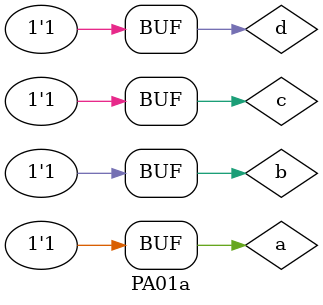
<source format=v>

module PoS (output r, input a,b,c,d);

	assign r = (b|c|d)&(c|~d)&(a|b|~d)&(~a|~b|~c)&(~b|~c|d)&(~a|~c|d);

endmodule // PoS

module PA01a;

	// Variables
	reg a = 1'b0;
	reg b = 1'b0;
	reg c = 1'b0;
	reg d = 1'b0;
	wire r;

	// Call module
	PoS POS (r, a,b,c,d);

	// Actions
	initial begin : main

		$display ("\nPA01d -\n");

		$monitor ("%b %b %b %b | %b", a,b,c,d, r);
		#1 a = 1'b0; b = 1'b0; c = 1'b0; d = 1'b1;
		#1 a = 1'b0; b = 1'b0; c = 1'b1; d = 1'b0;
		#1 a = 1'b0; b = 1'b0; c = 1'b1; d = 1'b1;
		#1 a = 1'b0; b = 1'b1; c = 1'b0; d = 1'b0;
		#1 a = 1'b0; b = 1'b1; c = 1'b0; d = 1'b1;
		#1 a = 1'b0; b = 1'b1; c = 1'b1; d = 1'b0;
		#1 a = 1'b0; b = 1'b1; c = 1'b1; d = 1'b1;
		#1 a = 1'b1; b = 1'b0; c = 1'b0; d = 1'b0;
		#1 a = 1'b1; b = 1'b0; c = 1'b0; d = 1'b1;
		#1 a = 1'b1; b = 1'b0; c = 1'b1; d = 1'b0;
		#1 a = 1'b1; b = 1'b0; c = 1'b1; d = 1'b1;
		#1 a = 1'b1; b = 1'b1; c = 1'b0; d = 1'b0;
		#1 a = 1'b1; b = 1'b1; c = 1'b0; d = 1'b1;
		#1 a = 1'b1; b = 1'b1; c = 1'b1; d = 1'b0;
		#1 a = 1'b1; b = 1'b1; c = 1'b1; d = 1'b1;

	end // main

endmodule // PA01d

</source>
